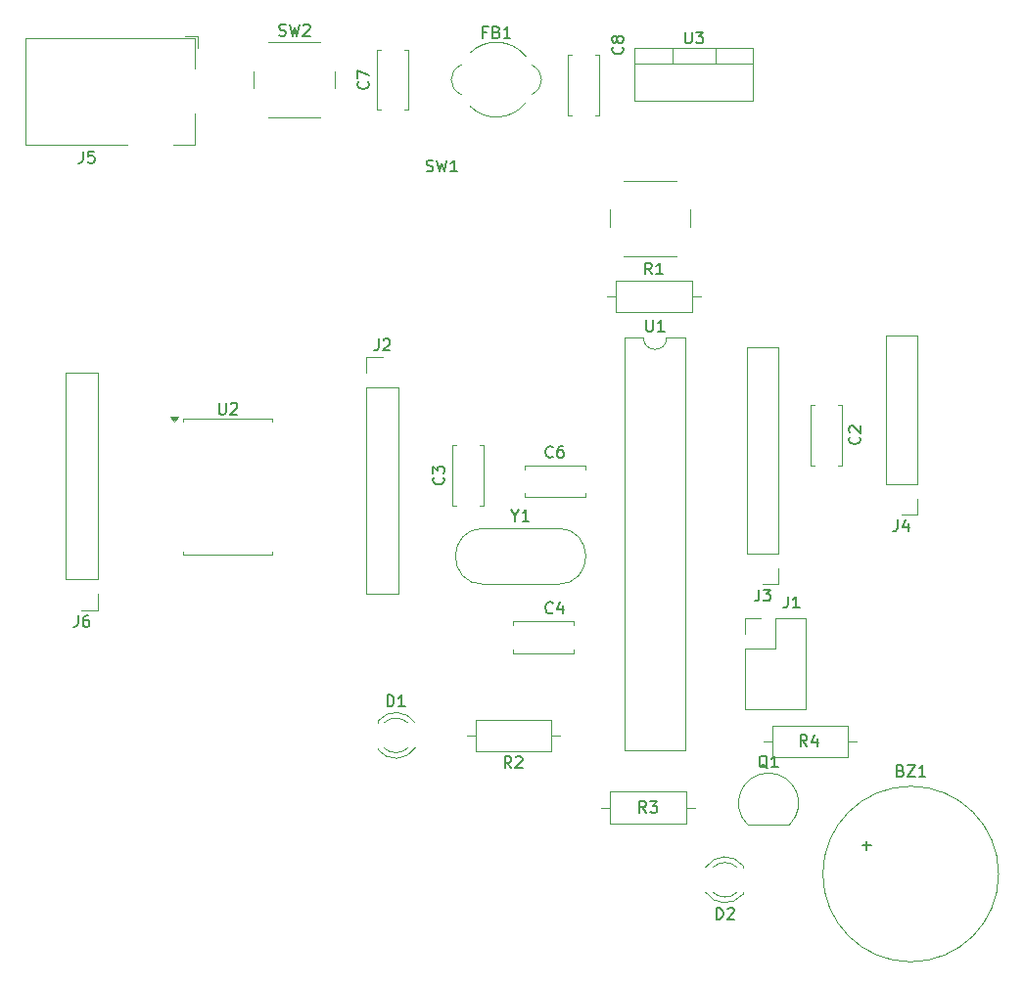
<source format=gbr>
%TF.GenerationSoftware,KiCad,Pcbnew,9.0.5*%
%TF.CreationDate,2026-02-23T00:05:01+05:30*%
%TF.ProjectId,AVR_Controller_E168_E3,4156525f-436f-46e7-9472-6f6c6c65725f,rev?*%
%TF.SameCoordinates,Original*%
%TF.FileFunction,Legend,Top*%
%TF.FilePolarity,Positive*%
%FSLAX46Y46*%
G04 Gerber Fmt 4.6, Leading zero omitted, Abs format (unit mm)*
G04 Created by KiCad (PCBNEW 9.0.5) date 2026-02-23 00:05:01*
%MOMM*%
%LPD*%
G01*
G04 APERTURE LIST*
%ADD10C,0.150000*%
%ADD11C,0.120000*%
G04 APERTURE END LIST*
D10*
X210929047Y-131541009D02*
X211071904Y-131588628D01*
X211071904Y-131588628D02*
X211119523Y-131636247D01*
X211119523Y-131636247D02*
X211167142Y-131731485D01*
X211167142Y-131731485D02*
X211167142Y-131874342D01*
X211167142Y-131874342D02*
X211119523Y-131969580D01*
X211119523Y-131969580D02*
X211071904Y-132017200D01*
X211071904Y-132017200D02*
X210976666Y-132064819D01*
X210976666Y-132064819D02*
X210595714Y-132064819D01*
X210595714Y-132064819D02*
X210595714Y-131064819D01*
X210595714Y-131064819D02*
X210929047Y-131064819D01*
X210929047Y-131064819D02*
X211024285Y-131112438D01*
X211024285Y-131112438D02*
X211071904Y-131160057D01*
X211071904Y-131160057D02*
X211119523Y-131255295D01*
X211119523Y-131255295D02*
X211119523Y-131350533D01*
X211119523Y-131350533D02*
X211071904Y-131445771D01*
X211071904Y-131445771D02*
X211024285Y-131493390D01*
X211024285Y-131493390D02*
X210929047Y-131541009D01*
X210929047Y-131541009D02*
X210595714Y-131541009D01*
X211500476Y-131064819D02*
X212167142Y-131064819D01*
X212167142Y-131064819D02*
X211500476Y-132064819D01*
X211500476Y-132064819D02*
X212167142Y-132064819D01*
X213071904Y-132064819D02*
X212500476Y-132064819D01*
X212786190Y-132064819D02*
X212786190Y-131064819D01*
X212786190Y-131064819D02*
X212690952Y-131207676D01*
X212690952Y-131207676D02*
X212595714Y-131302914D01*
X212595714Y-131302914D02*
X212500476Y-131350533D01*
X207609048Y-138033866D02*
X208370953Y-138033866D01*
X207990000Y-138414819D02*
X207990000Y-137652914D01*
X165766666Y-94184819D02*
X165766666Y-94899104D01*
X165766666Y-94899104D02*
X165719047Y-95041961D01*
X165719047Y-95041961D02*
X165623809Y-95137200D01*
X165623809Y-95137200D02*
X165480952Y-95184819D01*
X165480952Y-95184819D02*
X165385714Y-95184819D01*
X166195238Y-94280057D02*
X166242857Y-94232438D01*
X166242857Y-94232438D02*
X166338095Y-94184819D01*
X166338095Y-94184819D02*
X166576190Y-94184819D01*
X166576190Y-94184819D02*
X166671428Y-94232438D01*
X166671428Y-94232438D02*
X166719047Y-94280057D01*
X166719047Y-94280057D02*
X166766666Y-94375295D01*
X166766666Y-94375295D02*
X166766666Y-94470533D01*
X166766666Y-94470533D02*
X166719047Y-94613390D01*
X166719047Y-94613390D02*
X166147619Y-95184819D01*
X166147619Y-95184819D02*
X166766666Y-95184819D01*
X210666666Y-109834819D02*
X210666666Y-110549104D01*
X210666666Y-110549104D02*
X210619047Y-110691961D01*
X210619047Y-110691961D02*
X210523809Y-110787200D01*
X210523809Y-110787200D02*
X210380952Y-110834819D01*
X210380952Y-110834819D02*
X210285714Y-110834819D01*
X211571428Y-110168152D02*
X211571428Y-110834819D01*
X211333333Y-109787200D02*
X211095238Y-110501485D01*
X211095238Y-110501485D02*
X211714285Y-110501485D01*
X192278095Y-67604819D02*
X192278095Y-68414342D01*
X192278095Y-68414342D02*
X192325714Y-68509580D01*
X192325714Y-68509580D02*
X192373333Y-68557200D01*
X192373333Y-68557200D02*
X192468571Y-68604819D01*
X192468571Y-68604819D02*
X192659047Y-68604819D01*
X192659047Y-68604819D02*
X192754285Y-68557200D01*
X192754285Y-68557200D02*
X192801904Y-68509580D01*
X192801904Y-68509580D02*
X192849523Y-68414342D01*
X192849523Y-68414342D02*
X192849523Y-67604819D01*
X193230476Y-67604819D02*
X193849523Y-67604819D01*
X193849523Y-67604819D02*
X193516190Y-67985771D01*
X193516190Y-67985771D02*
X193659047Y-67985771D01*
X193659047Y-67985771D02*
X193754285Y-68033390D01*
X193754285Y-68033390D02*
X193801904Y-68081009D01*
X193801904Y-68081009D02*
X193849523Y-68176247D01*
X193849523Y-68176247D02*
X193849523Y-68414342D01*
X193849523Y-68414342D02*
X193801904Y-68509580D01*
X193801904Y-68509580D02*
X193754285Y-68557200D01*
X193754285Y-68557200D02*
X193659047Y-68604819D01*
X193659047Y-68604819D02*
X193373333Y-68604819D01*
X193373333Y-68604819D02*
X193278095Y-68557200D01*
X193278095Y-68557200D02*
X193230476Y-68509580D01*
X151988095Y-99724819D02*
X151988095Y-100534342D01*
X151988095Y-100534342D02*
X152035714Y-100629580D01*
X152035714Y-100629580D02*
X152083333Y-100677200D01*
X152083333Y-100677200D02*
X152178571Y-100724819D01*
X152178571Y-100724819D02*
X152369047Y-100724819D01*
X152369047Y-100724819D02*
X152464285Y-100677200D01*
X152464285Y-100677200D02*
X152511904Y-100629580D01*
X152511904Y-100629580D02*
X152559523Y-100534342D01*
X152559523Y-100534342D02*
X152559523Y-99724819D01*
X152988095Y-99820057D02*
X153035714Y-99772438D01*
X153035714Y-99772438D02*
X153130952Y-99724819D01*
X153130952Y-99724819D02*
X153369047Y-99724819D01*
X153369047Y-99724819D02*
X153464285Y-99772438D01*
X153464285Y-99772438D02*
X153511904Y-99820057D01*
X153511904Y-99820057D02*
X153559523Y-99915295D01*
X153559523Y-99915295D02*
X153559523Y-100010533D01*
X153559523Y-100010533D02*
X153511904Y-100153390D01*
X153511904Y-100153390D02*
X152940476Y-100724819D01*
X152940476Y-100724819D02*
X153559523Y-100724819D01*
X157166667Y-67907200D02*
X157309524Y-67954819D01*
X157309524Y-67954819D02*
X157547619Y-67954819D01*
X157547619Y-67954819D02*
X157642857Y-67907200D01*
X157642857Y-67907200D02*
X157690476Y-67859580D01*
X157690476Y-67859580D02*
X157738095Y-67764342D01*
X157738095Y-67764342D02*
X157738095Y-67669104D01*
X157738095Y-67669104D02*
X157690476Y-67573866D01*
X157690476Y-67573866D02*
X157642857Y-67526247D01*
X157642857Y-67526247D02*
X157547619Y-67478628D01*
X157547619Y-67478628D02*
X157357143Y-67431009D01*
X157357143Y-67431009D02*
X157261905Y-67383390D01*
X157261905Y-67383390D02*
X157214286Y-67335771D01*
X157214286Y-67335771D02*
X157166667Y-67240533D01*
X157166667Y-67240533D02*
X157166667Y-67145295D01*
X157166667Y-67145295D02*
X157214286Y-67050057D01*
X157214286Y-67050057D02*
X157261905Y-67002438D01*
X157261905Y-67002438D02*
X157357143Y-66954819D01*
X157357143Y-66954819D02*
X157595238Y-66954819D01*
X157595238Y-66954819D02*
X157738095Y-67002438D01*
X158071429Y-66954819D02*
X158309524Y-67954819D01*
X158309524Y-67954819D02*
X158500000Y-67240533D01*
X158500000Y-67240533D02*
X158690476Y-67954819D01*
X158690476Y-67954819D02*
X158928572Y-66954819D01*
X159261905Y-67050057D02*
X159309524Y-67002438D01*
X159309524Y-67002438D02*
X159404762Y-66954819D01*
X159404762Y-66954819D02*
X159642857Y-66954819D01*
X159642857Y-66954819D02*
X159738095Y-67002438D01*
X159738095Y-67002438D02*
X159785714Y-67050057D01*
X159785714Y-67050057D02*
X159833333Y-67145295D01*
X159833333Y-67145295D02*
X159833333Y-67240533D01*
X159833333Y-67240533D02*
X159785714Y-67383390D01*
X159785714Y-67383390D02*
X159214286Y-67954819D01*
X159214286Y-67954819D02*
X159833333Y-67954819D01*
X202833333Y-129454819D02*
X202500000Y-128978628D01*
X202261905Y-129454819D02*
X202261905Y-128454819D01*
X202261905Y-128454819D02*
X202642857Y-128454819D01*
X202642857Y-128454819D02*
X202738095Y-128502438D01*
X202738095Y-128502438D02*
X202785714Y-128550057D01*
X202785714Y-128550057D02*
X202833333Y-128645295D01*
X202833333Y-128645295D02*
X202833333Y-128788152D01*
X202833333Y-128788152D02*
X202785714Y-128883390D01*
X202785714Y-128883390D02*
X202738095Y-128931009D01*
X202738095Y-128931009D02*
X202642857Y-128978628D01*
X202642857Y-128978628D02*
X202261905Y-128978628D01*
X203690476Y-128788152D02*
X203690476Y-129454819D01*
X203452381Y-128407200D02*
X203214286Y-129121485D01*
X203214286Y-129121485D02*
X203833333Y-129121485D01*
X188913333Y-135204819D02*
X188580000Y-134728628D01*
X188341905Y-135204819D02*
X188341905Y-134204819D01*
X188341905Y-134204819D02*
X188722857Y-134204819D01*
X188722857Y-134204819D02*
X188818095Y-134252438D01*
X188818095Y-134252438D02*
X188865714Y-134300057D01*
X188865714Y-134300057D02*
X188913333Y-134395295D01*
X188913333Y-134395295D02*
X188913333Y-134538152D01*
X188913333Y-134538152D02*
X188865714Y-134633390D01*
X188865714Y-134633390D02*
X188818095Y-134681009D01*
X188818095Y-134681009D02*
X188722857Y-134728628D01*
X188722857Y-134728628D02*
X188341905Y-134728628D01*
X189246667Y-134204819D02*
X189865714Y-134204819D01*
X189865714Y-134204819D02*
X189532381Y-134585771D01*
X189532381Y-134585771D02*
X189675238Y-134585771D01*
X189675238Y-134585771D02*
X189770476Y-134633390D01*
X189770476Y-134633390D02*
X189818095Y-134681009D01*
X189818095Y-134681009D02*
X189865714Y-134776247D01*
X189865714Y-134776247D02*
X189865714Y-135014342D01*
X189865714Y-135014342D02*
X189818095Y-135109580D01*
X189818095Y-135109580D02*
X189770476Y-135157200D01*
X189770476Y-135157200D02*
X189675238Y-135204819D01*
X189675238Y-135204819D02*
X189389524Y-135204819D01*
X189389524Y-135204819D02*
X189294286Y-135157200D01*
X189294286Y-135157200D02*
X189246667Y-135109580D01*
X177253333Y-131324819D02*
X176920000Y-130848628D01*
X176681905Y-131324819D02*
X176681905Y-130324819D01*
X176681905Y-130324819D02*
X177062857Y-130324819D01*
X177062857Y-130324819D02*
X177158095Y-130372438D01*
X177158095Y-130372438D02*
X177205714Y-130420057D01*
X177205714Y-130420057D02*
X177253333Y-130515295D01*
X177253333Y-130515295D02*
X177253333Y-130658152D01*
X177253333Y-130658152D02*
X177205714Y-130753390D01*
X177205714Y-130753390D02*
X177158095Y-130801009D01*
X177158095Y-130801009D02*
X177062857Y-130848628D01*
X177062857Y-130848628D02*
X176681905Y-130848628D01*
X177634286Y-130420057D02*
X177681905Y-130372438D01*
X177681905Y-130372438D02*
X177777143Y-130324819D01*
X177777143Y-130324819D02*
X178015238Y-130324819D01*
X178015238Y-130324819D02*
X178110476Y-130372438D01*
X178110476Y-130372438D02*
X178158095Y-130420057D01*
X178158095Y-130420057D02*
X178205714Y-130515295D01*
X178205714Y-130515295D02*
X178205714Y-130610533D01*
X178205714Y-130610533D02*
X178158095Y-130753390D01*
X178158095Y-130753390D02*
X177586667Y-131324819D01*
X177586667Y-131324819D02*
X178205714Y-131324819D01*
X199404761Y-131350057D02*
X199309523Y-131302438D01*
X199309523Y-131302438D02*
X199214285Y-131207200D01*
X199214285Y-131207200D02*
X199071428Y-131064342D01*
X199071428Y-131064342D02*
X198976190Y-131016723D01*
X198976190Y-131016723D02*
X198880952Y-131016723D01*
X198928571Y-131254819D02*
X198833333Y-131207200D01*
X198833333Y-131207200D02*
X198738095Y-131111961D01*
X198738095Y-131111961D02*
X198690476Y-130921485D01*
X198690476Y-130921485D02*
X198690476Y-130588152D01*
X198690476Y-130588152D02*
X198738095Y-130397676D01*
X198738095Y-130397676D02*
X198833333Y-130302438D01*
X198833333Y-130302438D02*
X198928571Y-130254819D01*
X198928571Y-130254819D02*
X199119047Y-130254819D01*
X199119047Y-130254819D02*
X199214285Y-130302438D01*
X199214285Y-130302438D02*
X199309523Y-130397676D01*
X199309523Y-130397676D02*
X199357142Y-130588152D01*
X199357142Y-130588152D02*
X199357142Y-130921485D01*
X199357142Y-130921485D02*
X199309523Y-131111961D01*
X199309523Y-131111961D02*
X199214285Y-131207200D01*
X199214285Y-131207200D02*
X199119047Y-131254819D01*
X199119047Y-131254819D02*
X198928571Y-131254819D01*
X200309523Y-131254819D02*
X199738095Y-131254819D01*
X200023809Y-131254819D02*
X200023809Y-130254819D01*
X200023809Y-130254819D02*
X199928571Y-130397676D01*
X199928571Y-130397676D02*
X199833333Y-130492914D01*
X199833333Y-130492914D02*
X199738095Y-130540533D01*
X139766666Y-118104819D02*
X139766666Y-118819104D01*
X139766666Y-118819104D02*
X139719047Y-118961961D01*
X139719047Y-118961961D02*
X139623809Y-119057200D01*
X139623809Y-119057200D02*
X139480952Y-119104819D01*
X139480952Y-119104819D02*
X139385714Y-119104819D01*
X140671428Y-118104819D02*
X140480952Y-118104819D01*
X140480952Y-118104819D02*
X140385714Y-118152438D01*
X140385714Y-118152438D02*
X140338095Y-118200057D01*
X140338095Y-118200057D02*
X140242857Y-118342914D01*
X140242857Y-118342914D02*
X140195238Y-118533390D01*
X140195238Y-118533390D02*
X140195238Y-118914342D01*
X140195238Y-118914342D02*
X140242857Y-119009580D01*
X140242857Y-119009580D02*
X140290476Y-119057200D01*
X140290476Y-119057200D02*
X140385714Y-119104819D01*
X140385714Y-119104819D02*
X140576190Y-119104819D01*
X140576190Y-119104819D02*
X140671428Y-119057200D01*
X140671428Y-119057200D02*
X140719047Y-119009580D01*
X140719047Y-119009580D02*
X140766666Y-118914342D01*
X140766666Y-118914342D02*
X140766666Y-118676247D01*
X140766666Y-118676247D02*
X140719047Y-118581009D01*
X140719047Y-118581009D02*
X140671428Y-118533390D01*
X140671428Y-118533390D02*
X140576190Y-118485771D01*
X140576190Y-118485771D02*
X140385714Y-118485771D01*
X140385714Y-118485771D02*
X140290476Y-118533390D01*
X140290476Y-118533390D02*
X140242857Y-118581009D01*
X140242857Y-118581009D02*
X140195238Y-118676247D01*
X140216666Y-77954819D02*
X140216666Y-78669104D01*
X140216666Y-78669104D02*
X140169047Y-78811961D01*
X140169047Y-78811961D02*
X140073809Y-78907200D01*
X140073809Y-78907200D02*
X139930952Y-78954819D01*
X139930952Y-78954819D02*
X139835714Y-78954819D01*
X141169047Y-77954819D02*
X140692857Y-77954819D01*
X140692857Y-77954819D02*
X140645238Y-78431009D01*
X140645238Y-78431009D02*
X140692857Y-78383390D01*
X140692857Y-78383390D02*
X140788095Y-78335771D01*
X140788095Y-78335771D02*
X141026190Y-78335771D01*
X141026190Y-78335771D02*
X141121428Y-78383390D01*
X141121428Y-78383390D02*
X141169047Y-78431009D01*
X141169047Y-78431009D02*
X141216666Y-78526247D01*
X141216666Y-78526247D02*
X141216666Y-78764342D01*
X141216666Y-78764342D02*
X141169047Y-78859580D01*
X141169047Y-78859580D02*
X141121428Y-78907200D01*
X141121428Y-78907200D02*
X141026190Y-78954819D01*
X141026190Y-78954819D02*
X140788095Y-78954819D01*
X140788095Y-78954819D02*
X140692857Y-78907200D01*
X140692857Y-78907200D02*
X140645238Y-78859580D01*
X175126666Y-67617009D02*
X174793333Y-67617009D01*
X174793333Y-68140819D02*
X174793333Y-67140819D01*
X174793333Y-67140819D02*
X175269523Y-67140819D01*
X175983809Y-67617009D02*
X176126666Y-67664628D01*
X176126666Y-67664628D02*
X176174285Y-67712247D01*
X176174285Y-67712247D02*
X176221904Y-67807485D01*
X176221904Y-67807485D02*
X176221904Y-67950342D01*
X176221904Y-67950342D02*
X176174285Y-68045580D01*
X176174285Y-68045580D02*
X176126666Y-68093200D01*
X176126666Y-68093200D02*
X176031428Y-68140819D01*
X176031428Y-68140819D02*
X175650476Y-68140819D01*
X175650476Y-68140819D02*
X175650476Y-67140819D01*
X175650476Y-67140819D02*
X175983809Y-67140819D01*
X175983809Y-67140819D02*
X176079047Y-67188438D01*
X176079047Y-67188438D02*
X176126666Y-67236057D01*
X176126666Y-67236057D02*
X176174285Y-67331295D01*
X176174285Y-67331295D02*
X176174285Y-67426533D01*
X176174285Y-67426533D02*
X176126666Y-67521771D01*
X176126666Y-67521771D02*
X176079047Y-67569390D01*
X176079047Y-67569390D02*
X175983809Y-67617009D01*
X175983809Y-67617009D02*
X175650476Y-67617009D01*
X177174285Y-68140819D02*
X176602857Y-68140819D01*
X176888571Y-68140819D02*
X176888571Y-67140819D01*
X176888571Y-67140819D02*
X176793333Y-67283676D01*
X176793333Y-67283676D02*
X176698095Y-67378914D01*
X176698095Y-67378914D02*
X176602857Y-67426533D01*
X194991905Y-144414819D02*
X194991905Y-143414819D01*
X194991905Y-143414819D02*
X195230000Y-143414819D01*
X195230000Y-143414819D02*
X195372857Y-143462438D01*
X195372857Y-143462438D02*
X195468095Y-143557676D01*
X195468095Y-143557676D02*
X195515714Y-143652914D01*
X195515714Y-143652914D02*
X195563333Y-143843390D01*
X195563333Y-143843390D02*
X195563333Y-143986247D01*
X195563333Y-143986247D02*
X195515714Y-144176723D01*
X195515714Y-144176723D02*
X195468095Y-144271961D01*
X195468095Y-144271961D02*
X195372857Y-144367200D01*
X195372857Y-144367200D02*
X195230000Y-144414819D01*
X195230000Y-144414819D02*
X194991905Y-144414819D01*
X195944286Y-143510057D02*
X195991905Y-143462438D01*
X195991905Y-143462438D02*
X196087143Y-143414819D01*
X196087143Y-143414819D02*
X196325238Y-143414819D01*
X196325238Y-143414819D02*
X196420476Y-143462438D01*
X196420476Y-143462438D02*
X196468095Y-143510057D01*
X196468095Y-143510057D02*
X196515714Y-143605295D01*
X196515714Y-143605295D02*
X196515714Y-143700533D01*
X196515714Y-143700533D02*
X196468095Y-143843390D01*
X196468095Y-143843390D02*
X195896667Y-144414819D01*
X195896667Y-144414819D02*
X196515714Y-144414819D01*
X166531905Y-125994819D02*
X166531905Y-124994819D01*
X166531905Y-124994819D02*
X166770000Y-124994819D01*
X166770000Y-124994819D02*
X166912857Y-125042438D01*
X166912857Y-125042438D02*
X167008095Y-125137676D01*
X167008095Y-125137676D02*
X167055714Y-125232914D01*
X167055714Y-125232914D02*
X167103333Y-125423390D01*
X167103333Y-125423390D02*
X167103333Y-125566247D01*
X167103333Y-125566247D02*
X167055714Y-125756723D01*
X167055714Y-125756723D02*
X167008095Y-125851961D01*
X167008095Y-125851961D02*
X166912857Y-125947200D01*
X166912857Y-125947200D02*
X166770000Y-125994819D01*
X166770000Y-125994819D02*
X166531905Y-125994819D01*
X168055714Y-125994819D02*
X167484286Y-125994819D01*
X167770000Y-125994819D02*
X167770000Y-124994819D01*
X167770000Y-124994819D02*
X167674762Y-125137676D01*
X167674762Y-125137676D02*
X167579524Y-125232914D01*
X167579524Y-125232914D02*
X167484286Y-125280533D01*
X186859580Y-68916666D02*
X186907200Y-68964285D01*
X186907200Y-68964285D02*
X186954819Y-69107142D01*
X186954819Y-69107142D02*
X186954819Y-69202380D01*
X186954819Y-69202380D02*
X186907200Y-69345237D01*
X186907200Y-69345237D02*
X186811961Y-69440475D01*
X186811961Y-69440475D02*
X186716723Y-69488094D01*
X186716723Y-69488094D02*
X186526247Y-69535713D01*
X186526247Y-69535713D02*
X186383390Y-69535713D01*
X186383390Y-69535713D02*
X186192914Y-69488094D01*
X186192914Y-69488094D02*
X186097676Y-69440475D01*
X186097676Y-69440475D02*
X186002438Y-69345237D01*
X186002438Y-69345237D02*
X185954819Y-69202380D01*
X185954819Y-69202380D02*
X185954819Y-69107142D01*
X185954819Y-69107142D02*
X186002438Y-68964285D01*
X186002438Y-68964285D02*
X186050057Y-68916666D01*
X186383390Y-68345237D02*
X186335771Y-68440475D01*
X186335771Y-68440475D02*
X186288152Y-68488094D01*
X186288152Y-68488094D02*
X186192914Y-68535713D01*
X186192914Y-68535713D02*
X186145295Y-68535713D01*
X186145295Y-68535713D02*
X186050057Y-68488094D01*
X186050057Y-68488094D02*
X186002438Y-68440475D01*
X186002438Y-68440475D02*
X185954819Y-68345237D01*
X185954819Y-68345237D02*
X185954819Y-68154761D01*
X185954819Y-68154761D02*
X186002438Y-68059523D01*
X186002438Y-68059523D02*
X186050057Y-68011904D01*
X186050057Y-68011904D02*
X186145295Y-67964285D01*
X186145295Y-67964285D02*
X186192914Y-67964285D01*
X186192914Y-67964285D02*
X186288152Y-68011904D01*
X186288152Y-68011904D02*
X186335771Y-68059523D01*
X186335771Y-68059523D02*
X186383390Y-68154761D01*
X186383390Y-68154761D02*
X186383390Y-68345237D01*
X186383390Y-68345237D02*
X186431009Y-68440475D01*
X186431009Y-68440475D02*
X186478628Y-68488094D01*
X186478628Y-68488094D02*
X186573866Y-68535713D01*
X186573866Y-68535713D02*
X186764342Y-68535713D01*
X186764342Y-68535713D02*
X186859580Y-68488094D01*
X186859580Y-68488094D02*
X186907200Y-68440475D01*
X186907200Y-68440475D02*
X186954819Y-68345237D01*
X186954819Y-68345237D02*
X186954819Y-68154761D01*
X186954819Y-68154761D02*
X186907200Y-68059523D01*
X186907200Y-68059523D02*
X186859580Y-68011904D01*
X186859580Y-68011904D02*
X186764342Y-67964285D01*
X186764342Y-67964285D02*
X186573866Y-67964285D01*
X186573866Y-67964285D02*
X186478628Y-68011904D01*
X186478628Y-68011904D02*
X186431009Y-68059523D01*
X186431009Y-68059523D02*
X186383390Y-68154761D01*
X164859580Y-71916666D02*
X164907200Y-71964285D01*
X164907200Y-71964285D02*
X164954819Y-72107142D01*
X164954819Y-72107142D02*
X164954819Y-72202380D01*
X164954819Y-72202380D02*
X164907200Y-72345237D01*
X164907200Y-72345237D02*
X164811961Y-72440475D01*
X164811961Y-72440475D02*
X164716723Y-72488094D01*
X164716723Y-72488094D02*
X164526247Y-72535713D01*
X164526247Y-72535713D02*
X164383390Y-72535713D01*
X164383390Y-72535713D02*
X164192914Y-72488094D01*
X164192914Y-72488094D02*
X164097676Y-72440475D01*
X164097676Y-72440475D02*
X164002438Y-72345237D01*
X164002438Y-72345237D02*
X163954819Y-72202380D01*
X163954819Y-72202380D02*
X163954819Y-72107142D01*
X163954819Y-72107142D02*
X164002438Y-71964285D01*
X164002438Y-71964285D02*
X164050057Y-71916666D01*
X163954819Y-71583332D02*
X163954819Y-70916666D01*
X163954819Y-70916666D02*
X164954819Y-71345237D01*
X180833333Y-117859580D02*
X180785714Y-117907200D01*
X180785714Y-117907200D02*
X180642857Y-117954819D01*
X180642857Y-117954819D02*
X180547619Y-117954819D01*
X180547619Y-117954819D02*
X180404762Y-117907200D01*
X180404762Y-117907200D02*
X180309524Y-117811961D01*
X180309524Y-117811961D02*
X180261905Y-117716723D01*
X180261905Y-117716723D02*
X180214286Y-117526247D01*
X180214286Y-117526247D02*
X180214286Y-117383390D01*
X180214286Y-117383390D02*
X180261905Y-117192914D01*
X180261905Y-117192914D02*
X180309524Y-117097676D01*
X180309524Y-117097676D02*
X180404762Y-117002438D01*
X180404762Y-117002438D02*
X180547619Y-116954819D01*
X180547619Y-116954819D02*
X180642857Y-116954819D01*
X180642857Y-116954819D02*
X180785714Y-117002438D01*
X180785714Y-117002438D02*
X180833333Y-117050057D01*
X181690476Y-117288152D02*
X181690476Y-117954819D01*
X181452381Y-116907200D02*
X181214286Y-117621485D01*
X181214286Y-117621485D02*
X181833333Y-117621485D01*
X171359580Y-106166666D02*
X171407200Y-106214285D01*
X171407200Y-106214285D02*
X171454819Y-106357142D01*
X171454819Y-106357142D02*
X171454819Y-106452380D01*
X171454819Y-106452380D02*
X171407200Y-106595237D01*
X171407200Y-106595237D02*
X171311961Y-106690475D01*
X171311961Y-106690475D02*
X171216723Y-106738094D01*
X171216723Y-106738094D02*
X171026247Y-106785713D01*
X171026247Y-106785713D02*
X170883390Y-106785713D01*
X170883390Y-106785713D02*
X170692914Y-106738094D01*
X170692914Y-106738094D02*
X170597676Y-106690475D01*
X170597676Y-106690475D02*
X170502438Y-106595237D01*
X170502438Y-106595237D02*
X170454819Y-106452380D01*
X170454819Y-106452380D02*
X170454819Y-106357142D01*
X170454819Y-106357142D02*
X170502438Y-106214285D01*
X170502438Y-106214285D02*
X170550057Y-106166666D01*
X170454819Y-105833332D02*
X170454819Y-105214285D01*
X170454819Y-105214285D02*
X170835771Y-105547618D01*
X170835771Y-105547618D02*
X170835771Y-105404761D01*
X170835771Y-105404761D02*
X170883390Y-105309523D01*
X170883390Y-105309523D02*
X170931009Y-105261904D01*
X170931009Y-105261904D02*
X171026247Y-105214285D01*
X171026247Y-105214285D02*
X171264342Y-105214285D01*
X171264342Y-105214285D02*
X171359580Y-105261904D01*
X171359580Y-105261904D02*
X171407200Y-105309523D01*
X171407200Y-105309523D02*
X171454819Y-105404761D01*
X171454819Y-105404761D02*
X171454819Y-105690475D01*
X171454819Y-105690475D02*
X171407200Y-105785713D01*
X171407200Y-105785713D02*
X171359580Y-105833332D01*
X177583809Y-109458628D02*
X177583809Y-109934819D01*
X177250476Y-108934819D02*
X177583809Y-109458628D01*
X177583809Y-109458628D02*
X177917142Y-108934819D01*
X178774285Y-109934819D02*
X178202857Y-109934819D01*
X178488571Y-109934819D02*
X178488571Y-108934819D01*
X178488571Y-108934819D02*
X178393333Y-109077676D01*
X178393333Y-109077676D02*
X178298095Y-109172914D01*
X178298095Y-109172914D02*
X178202857Y-109220533D01*
X169916667Y-79657200D02*
X170059524Y-79704819D01*
X170059524Y-79704819D02*
X170297619Y-79704819D01*
X170297619Y-79704819D02*
X170392857Y-79657200D01*
X170392857Y-79657200D02*
X170440476Y-79609580D01*
X170440476Y-79609580D02*
X170488095Y-79514342D01*
X170488095Y-79514342D02*
X170488095Y-79419104D01*
X170488095Y-79419104D02*
X170440476Y-79323866D01*
X170440476Y-79323866D02*
X170392857Y-79276247D01*
X170392857Y-79276247D02*
X170297619Y-79228628D01*
X170297619Y-79228628D02*
X170107143Y-79181009D01*
X170107143Y-79181009D02*
X170011905Y-79133390D01*
X170011905Y-79133390D02*
X169964286Y-79085771D01*
X169964286Y-79085771D02*
X169916667Y-78990533D01*
X169916667Y-78990533D02*
X169916667Y-78895295D01*
X169916667Y-78895295D02*
X169964286Y-78800057D01*
X169964286Y-78800057D02*
X170011905Y-78752438D01*
X170011905Y-78752438D02*
X170107143Y-78704819D01*
X170107143Y-78704819D02*
X170345238Y-78704819D01*
X170345238Y-78704819D02*
X170488095Y-78752438D01*
X170821429Y-78704819D02*
X171059524Y-79704819D01*
X171059524Y-79704819D02*
X171250000Y-78990533D01*
X171250000Y-78990533D02*
X171440476Y-79704819D01*
X171440476Y-79704819D02*
X171678572Y-78704819D01*
X172583333Y-79704819D02*
X172011905Y-79704819D01*
X172297619Y-79704819D02*
X172297619Y-78704819D01*
X172297619Y-78704819D02*
X172202381Y-78847676D01*
X172202381Y-78847676D02*
X172107143Y-78942914D01*
X172107143Y-78942914D02*
X172011905Y-78990533D01*
X188928095Y-92544819D02*
X188928095Y-93354342D01*
X188928095Y-93354342D02*
X188975714Y-93449580D01*
X188975714Y-93449580D02*
X189023333Y-93497200D01*
X189023333Y-93497200D02*
X189118571Y-93544819D01*
X189118571Y-93544819D02*
X189309047Y-93544819D01*
X189309047Y-93544819D02*
X189404285Y-93497200D01*
X189404285Y-93497200D02*
X189451904Y-93449580D01*
X189451904Y-93449580D02*
X189499523Y-93354342D01*
X189499523Y-93354342D02*
X189499523Y-92544819D01*
X190499523Y-93544819D02*
X189928095Y-93544819D01*
X190213809Y-93544819D02*
X190213809Y-92544819D01*
X190213809Y-92544819D02*
X190118571Y-92687676D01*
X190118571Y-92687676D02*
X190023333Y-92782914D01*
X190023333Y-92782914D02*
X189928095Y-92830533D01*
X180833333Y-104359580D02*
X180785714Y-104407200D01*
X180785714Y-104407200D02*
X180642857Y-104454819D01*
X180642857Y-104454819D02*
X180547619Y-104454819D01*
X180547619Y-104454819D02*
X180404762Y-104407200D01*
X180404762Y-104407200D02*
X180309524Y-104311961D01*
X180309524Y-104311961D02*
X180261905Y-104216723D01*
X180261905Y-104216723D02*
X180214286Y-104026247D01*
X180214286Y-104026247D02*
X180214286Y-103883390D01*
X180214286Y-103883390D02*
X180261905Y-103692914D01*
X180261905Y-103692914D02*
X180309524Y-103597676D01*
X180309524Y-103597676D02*
X180404762Y-103502438D01*
X180404762Y-103502438D02*
X180547619Y-103454819D01*
X180547619Y-103454819D02*
X180642857Y-103454819D01*
X180642857Y-103454819D02*
X180785714Y-103502438D01*
X180785714Y-103502438D02*
X180833333Y-103550057D01*
X181690476Y-103454819D02*
X181500000Y-103454819D01*
X181500000Y-103454819D02*
X181404762Y-103502438D01*
X181404762Y-103502438D02*
X181357143Y-103550057D01*
X181357143Y-103550057D02*
X181261905Y-103692914D01*
X181261905Y-103692914D02*
X181214286Y-103883390D01*
X181214286Y-103883390D02*
X181214286Y-104264342D01*
X181214286Y-104264342D02*
X181261905Y-104359580D01*
X181261905Y-104359580D02*
X181309524Y-104407200D01*
X181309524Y-104407200D02*
X181404762Y-104454819D01*
X181404762Y-104454819D02*
X181595238Y-104454819D01*
X181595238Y-104454819D02*
X181690476Y-104407200D01*
X181690476Y-104407200D02*
X181738095Y-104359580D01*
X181738095Y-104359580D02*
X181785714Y-104264342D01*
X181785714Y-104264342D02*
X181785714Y-104026247D01*
X181785714Y-104026247D02*
X181738095Y-103931009D01*
X181738095Y-103931009D02*
X181690476Y-103883390D01*
X181690476Y-103883390D02*
X181595238Y-103835771D01*
X181595238Y-103835771D02*
X181404762Y-103835771D01*
X181404762Y-103835771D02*
X181309524Y-103883390D01*
X181309524Y-103883390D02*
X181261905Y-103931009D01*
X181261905Y-103931009D02*
X181214286Y-104026247D01*
X189413333Y-88584819D02*
X189080000Y-88108628D01*
X188841905Y-88584819D02*
X188841905Y-87584819D01*
X188841905Y-87584819D02*
X189222857Y-87584819D01*
X189222857Y-87584819D02*
X189318095Y-87632438D01*
X189318095Y-87632438D02*
X189365714Y-87680057D01*
X189365714Y-87680057D02*
X189413333Y-87775295D01*
X189413333Y-87775295D02*
X189413333Y-87918152D01*
X189413333Y-87918152D02*
X189365714Y-88013390D01*
X189365714Y-88013390D02*
X189318095Y-88061009D01*
X189318095Y-88061009D02*
X189222857Y-88108628D01*
X189222857Y-88108628D02*
X188841905Y-88108628D01*
X190365714Y-88584819D02*
X189794286Y-88584819D01*
X190080000Y-88584819D02*
X190080000Y-87584819D01*
X190080000Y-87584819D02*
X189984762Y-87727676D01*
X189984762Y-87727676D02*
X189889524Y-87822914D01*
X189889524Y-87822914D02*
X189794286Y-87870533D01*
X207359580Y-102666666D02*
X207407200Y-102714285D01*
X207407200Y-102714285D02*
X207454819Y-102857142D01*
X207454819Y-102857142D02*
X207454819Y-102952380D01*
X207454819Y-102952380D02*
X207407200Y-103095237D01*
X207407200Y-103095237D02*
X207311961Y-103190475D01*
X207311961Y-103190475D02*
X207216723Y-103238094D01*
X207216723Y-103238094D02*
X207026247Y-103285713D01*
X207026247Y-103285713D02*
X206883390Y-103285713D01*
X206883390Y-103285713D02*
X206692914Y-103238094D01*
X206692914Y-103238094D02*
X206597676Y-103190475D01*
X206597676Y-103190475D02*
X206502438Y-103095237D01*
X206502438Y-103095237D02*
X206454819Y-102952380D01*
X206454819Y-102952380D02*
X206454819Y-102857142D01*
X206454819Y-102857142D02*
X206502438Y-102714285D01*
X206502438Y-102714285D02*
X206550057Y-102666666D01*
X206550057Y-102285713D02*
X206502438Y-102238094D01*
X206502438Y-102238094D02*
X206454819Y-102142856D01*
X206454819Y-102142856D02*
X206454819Y-101904761D01*
X206454819Y-101904761D02*
X206502438Y-101809523D01*
X206502438Y-101809523D02*
X206550057Y-101761904D01*
X206550057Y-101761904D02*
X206645295Y-101714285D01*
X206645295Y-101714285D02*
X206740533Y-101714285D01*
X206740533Y-101714285D02*
X206883390Y-101761904D01*
X206883390Y-101761904D02*
X207454819Y-102333332D01*
X207454819Y-102333332D02*
X207454819Y-101714285D01*
X201166666Y-116454819D02*
X201166666Y-117169104D01*
X201166666Y-117169104D02*
X201119047Y-117311961D01*
X201119047Y-117311961D02*
X201023809Y-117407200D01*
X201023809Y-117407200D02*
X200880952Y-117454819D01*
X200880952Y-117454819D02*
X200785714Y-117454819D01*
X202166666Y-117454819D02*
X201595238Y-117454819D01*
X201880952Y-117454819D02*
X201880952Y-116454819D01*
X201880952Y-116454819D02*
X201785714Y-116597676D01*
X201785714Y-116597676D02*
X201690476Y-116692914D01*
X201690476Y-116692914D02*
X201595238Y-116740533D01*
X198666666Y-115874819D02*
X198666666Y-116589104D01*
X198666666Y-116589104D02*
X198619047Y-116731961D01*
X198619047Y-116731961D02*
X198523809Y-116827200D01*
X198523809Y-116827200D02*
X198380952Y-116874819D01*
X198380952Y-116874819D02*
X198285714Y-116874819D01*
X199047619Y-115874819D02*
X199666666Y-115874819D01*
X199666666Y-115874819D02*
X199333333Y-116255771D01*
X199333333Y-116255771D02*
X199476190Y-116255771D01*
X199476190Y-116255771D02*
X199571428Y-116303390D01*
X199571428Y-116303390D02*
X199619047Y-116351009D01*
X199619047Y-116351009D02*
X199666666Y-116446247D01*
X199666666Y-116446247D02*
X199666666Y-116684342D01*
X199666666Y-116684342D02*
X199619047Y-116779580D01*
X199619047Y-116779580D02*
X199571428Y-116827200D01*
X199571428Y-116827200D02*
X199476190Y-116874819D01*
X199476190Y-116874819D02*
X199190476Y-116874819D01*
X199190476Y-116874819D02*
X199095238Y-116827200D01*
X199095238Y-116827200D02*
X199047619Y-116779580D01*
D11*
%TO.C,BZ1*%
X219400000Y-140500000D02*
G75*
G02*
X204200000Y-140500000I-7600000J0D01*
G01*
X204200000Y-140500000D02*
G75*
G02*
X219400000Y-140500000I7600000J0D01*
G01*
%TO.C,J2*%
X167480000Y-98380000D02*
X167480000Y-116270000D01*
X164720000Y-116270000D02*
X167480000Y-116270000D01*
X164720000Y-98380000D02*
X167480000Y-98380000D01*
X164720000Y-98380000D02*
X164720000Y-116270000D01*
X164720000Y-97110000D02*
X164720000Y-95730000D01*
X164720000Y-95730000D02*
X166100000Y-95730000D01*
%TO.C,J4*%
X209620000Y-106730000D02*
X209620000Y-93920000D01*
X212380000Y-93920000D02*
X209620000Y-93920000D01*
X212380000Y-106730000D02*
X209620000Y-106730000D01*
X212380000Y-106730000D02*
X212380000Y-93920000D01*
X212380000Y-108000000D02*
X212380000Y-109380000D01*
X212380000Y-109380000D02*
X211000000Y-109380000D01*
%TO.C,U3*%
X187930000Y-68990000D02*
X198150000Y-68990000D01*
X187930000Y-70370000D02*
X198150000Y-70370000D01*
X187930000Y-73610000D02*
X187930000Y-68990000D01*
X191190000Y-68990000D02*
X191190000Y-70370000D01*
X194890000Y-68990000D02*
X194890000Y-70370000D01*
X198150000Y-68990000D02*
X198150000Y-73610000D01*
X198150000Y-73610000D02*
X187930000Y-73610000D01*
%TO.C,U2*%
X148890000Y-101115000D02*
X156610000Y-101115000D01*
X148890000Y-101360000D02*
X148890000Y-101115000D01*
X148890000Y-112885000D02*
X148890000Y-112640000D01*
X156610000Y-101115000D02*
X156610000Y-101360000D01*
X156610000Y-112640000D02*
X156610000Y-112885000D01*
X156610000Y-112885000D02*
X148890000Y-112885000D01*
X148100000Y-101360000D02*
X147760000Y-100890000D01*
X148440000Y-100890000D01*
X148100000Y-101360000D01*
G36*
X148100000Y-101360000D02*
G01*
X147760000Y-100890000D01*
X148440000Y-100890000D01*
X148100000Y-101360000D01*
G37*
%TO.C,SW2*%
X155000000Y-71000000D02*
X155000000Y-72500000D01*
X156250000Y-75000000D02*
X160750000Y-75000000D01*
X160750000Y-68500000D02*
X156250000Y-68500000D01*
X162000000Y-72500000D02*
X162000000Y-71000000D01*
%TO.C,R4*%
X199040000Y-129000000D02*
X199810000Y-129000000D01*
X207120000Y-129000000D02*
X206350000Y-129000000D01*
X199810000Y-127630000D02*
X206350000Y-127630000D01*
X206350000Y-130370000D01*
X199810000Y-130370000D01*
X199810000Y-127630000D01*
%TO.C,R3*%
X185040000Y-134750000D02*
X185810000Y-134750000D01*
X193120000Y-134750000D02*
X192350000Y-134750000D01*
X185810000Y-133380000D02*
X192350000Y-133380000D01*
X192350000Y-136120000D01*
X185810000Y-136120000D01*
X185810000Y-133380000D01*
%TO.C,R2*%
X181460000Y-128500000D02*
X180690000Y-128500000D01*
X173380000Y-128500000D02*
X174150000Y-128500000D01*
X180690000Y-129870000D02*
X174150000Y-129870000D01*
X174150000Y-127130000D01*
X180690000Y-127130000D01*
X180690000Y-129870000D01*
%TO.C,Q1*%
X197700000Y-136210000D02*
X201300000Y-136210000D01*
X197661522Y-136198478D02*
G75*
G02*
X199500000Y-131759999I1838478J1838478D01*
G01*
X199500000Y-131760000D02*
G75*
G02*
X201338478Y-136198478I0J-2600000D01*
G01*
%TO.C,J6*%
X141480000Y-117650000D02*
X140100000Y-117650000D01*
X141480000Y-116270000D02*
X141480000Y-117650000D01*
X141480000Y-115000000D02*
X141480000Y-97110000D01*
X141480000Y-115000000D02*
X138720000Y-115000000D01*
X141480000Y-97110000D02*
X138720000Y-97110000D01*
X138720000Y-115000000D02*
X138720000Y-97110000D01*
%TO.C,J5*%
X135200000Y-68150000D02*
X149900000Y-68150000D01*
X135200000Y-77350000D02*
X135200000Y-68150000D01*
X144000000Y-77350000D02*
X135200000Y-77350000D01*
X149050000Y-67950000D02*
X150100000Y-67950000D01*
X149900000Y-68150000D02*
X149900000Y-70750000D01*
X149900000Y-74650000D02*
X149900000Y-77350000D01*
X149900000Y-77350000D02*
X148000000Y-77350000D01*
X150100000Y-69000000D02*
X150100000Y-67950000D01*
%TO.C,FB1*%
X172912000Y-73020000D02*
G75*
G02*
X172912000Y-70480000I508000J1270000D01*
G01*
X173659932Y-69449932D02*
G75*
G02*
X178500000Y-69718000I2300068J-2300068D01*
G01*
X178484465Y-73769572D02*
G75*
G02*
X173674000Y-74036000I-2524465J2019572D01*
G01*
X179008000Y-70480000D02*
G75*
G02*
X179008000Y-73020000I-508000J-1270000D01*
G01*
%TO.C,D2*%
X197290000Y-142236000D02*
X197290000Y-142080000D01*
X197290000Y-139920000D02*
X197290000Y-139764000D01*
X197290000Y-142235516D02*
G75*
G02*
X194058563Y-142080000I-1560000J1235516D01*
G01*
X196770961Y-142080000D02*
G75*
G02*
X194689039Y-142080000I-1040961J1080000D01*
G01*
X194689039Y-139920000D02*
G75*
G02*
X196770961Y-139920000I1040961J-1080000D01*
G01*
X194058563Y-139920000D02*
G75*
G02*
X197290000Y-139764484I1671437J-1080000D01*
G01*
%TO.C,D1*%
X165710000Y-127264000D02*
X165710000Y-127420000D01*
X165710000Y-129580000D02*
X165710000Y-129736000D01*
X165710000Y-127264484D02*
G75*
G02*
X168941437Y-127420000I1560000J-1235516D01*
G01*
X166229039Y-127420000D02*
G75*
G02*
X168310961Y-127420000I1040961J-1080000D01*
G01*
X168310961Y-129580000D02*
G75*
G02*
X166229039Y-129580000I-1040961J1080000D01*
G01*
X168941437Y-129580000D02*
G75*
G02*
X165710000Y-129735516I-1671437J1080000D01*
G01*
%TO.C,C8*%
X182130000Y-74870000D02*
X182130000Y-69630000D01*
X182467000Y-74870000D02*
X182130000Y-74870000D01*
X184870000Y-74870000D02*
X184533000Y-74870000D01*
X182130000Y-69630000D02*
X182467000Y-69630000D01*
X184533000Y-69630000D02*
X184870000Y-69630000D01*
X184870000Y-69630000D02*
X184870000Y-74870000D01*
%TO.C,C7*%
X165630000Y-74370000D02*
X165630000Y-69130000D01*
X165967000Y-74370000D02*
X165630000Y-74370000D01*
X168370000Y-74370000D02*
X168033000Y-74370000D01*
X165630000Y-69130000D02*
X165967000Y-69130000D01*
X168033000Y-69130000D02*
X168370000Y-69130000D01*
X168370000Y-69130000D02*
X168370000Y-74370000D01*
%TO.C,C4*%
X177380000Y-118630000D02*
X182620000Y-118630000D01*
X177380000Y-118967000D02*
X177380000Y-118630000D01*
X177380000Y-121370000D02*
X177380000Y-121033000D01*
X182620000Y-118630000D02*
X182620000Y-118967000D01*
X182620000Y-121033000D02*
X182620000Y-121370000D01*
X182620000Y-121370000D02*
X177380000Y-121370000D01*
%TO.C,C3*%
X172130000Y-103380000D02*
X172467000Y-103380000D01*
X172130000Y-108620000D02*
X172130000Y-103380000D01*
X172467000Y-108620000D02*
X172130000Y-108620000D01*
X174533000Y-103380000D02*
X174870000Y-103380000D01*
X174870000Y-103380000D02*
X174870000Y-108620000D01*
X174870000Y-108620000D02*
X174533000Y-108620000D01*
%TO.C,Y1*%
X174860000Y-110565000D02*
X181260000Y-110565000D01*
X181260000Y-115435000D02*
X174860000Y-115435000D01*
X174860000Y-115435000D02*
G75*
G02*
X174860000Y-110565000I0J2435000D01*
G01*
X181260000Y-110565000D02*
G75*
G02*
X181260000Y-115435000I0J-2435000D01*
G01*
%TO.C,SW1*%
X185750000Y-83000000D02*
X185750000Y-84500000D01*
X187000000Y-87000000D02*
X191500000Y-87000000D01*
X191500000Y-80500000D02*
X187000000Y-80500000D01*
X192750000Y-84500000D02*
X192750000Y-83000000D01*
%TO.C,U1*%
X187040000Y-94090000D02*
X187040000Y-129770000D01*
X187040000Y-129770000D02*
X192340000Y-129770000D01*
X188690000Y-94090000D02*
X187040000Y-94090000D01*
X192340000Y-94090000D02*
X190690000Y-94090000D01*
X192340000Y-129770000D02*
X192340000Y-94090000D01*
X190690000Y-94090000D02*
G75*
G02*
X188690000Y-94090000I-1000000J0D01*
G01*
%TO.C,C6*%
X178380000Y-105130000D02*
X183620000Y-105130000D01*
X178380000Y-105467000D02*
X178380000Y-105130000D01*
X178380000Y-107870000D02*
X178380000Y-107533000D01*
X183620000Y-105130000D02*
X183620000Y-105467000D01*
X183620000Y-107533000D02*
X183620000Y-107870000D01*
X183620000Y-107870000D02*
X178380000Y-107870000D01*
%TO.C,R1*%
X185540000Y-90500000D02*
X186310000Y-90500000D01*
X193620000Y-90500000D02*
X192850000Y-90500000D01*
X186310000Y-89130000D02*
X192850000Y-89130000D01*
X192850000Y-91870000D01*
X186310000Y-91870000D01*
X186310000Y-89130000D01*
%TO.C,C2*%
X203130000Y-99880000D02*
X203467000Y-99880000D01*
X203130000Y-105120000D02*
X203130000Y-99880000D01*
X203467000Y-105120000D02*
X203130000Y-105120000D01*
X205533000Y-99880000D02*
X205870000Y-99880000D01*
X205870000Y-99880000D02*
X205870000Y-105120000D01*
X205870000Y-105120000D02*
X205533000Y-105120000D01*
%TO.C,J1*%
X197440000Y-118350000D02*
X198820000Y-118350000D01*
X197440000Y-119730000D02*
X197440000Y-118350000D01*
X197440000Y-121000000D02*
X197440000Y-126190000D01*
X197440000Y-121000000D02*
X200090000Y-121000000D01*
X197440000Y-126190000D02*
X202740000Y-126190000D01*
X200090000Y-118350000D02*
X202740000Y-118350000D01*
X200090000Y-121000000D02*
X200090000Y-118350000D01*
X202740000Y-118350000D02*
X202740000Y-126190000D01*
%TO.C,J3*%
X197620000Y-112770000D02*
X197620000Y-94880000D01*
X200380000Y-94880000D02*
X197620000Y-94880000D01*
X200380000Y-112770000D02*
X197620000Y-112770000D01*
X200380000Y-112770000D02*
X200380000Y-94880000D01*
X200380000Y-114040000D02*
X200380000Y-115420000D01*
X200380000Y-115420000D02*
X199000000Y-115420000D01*
%TD*%
M02*

</source>
